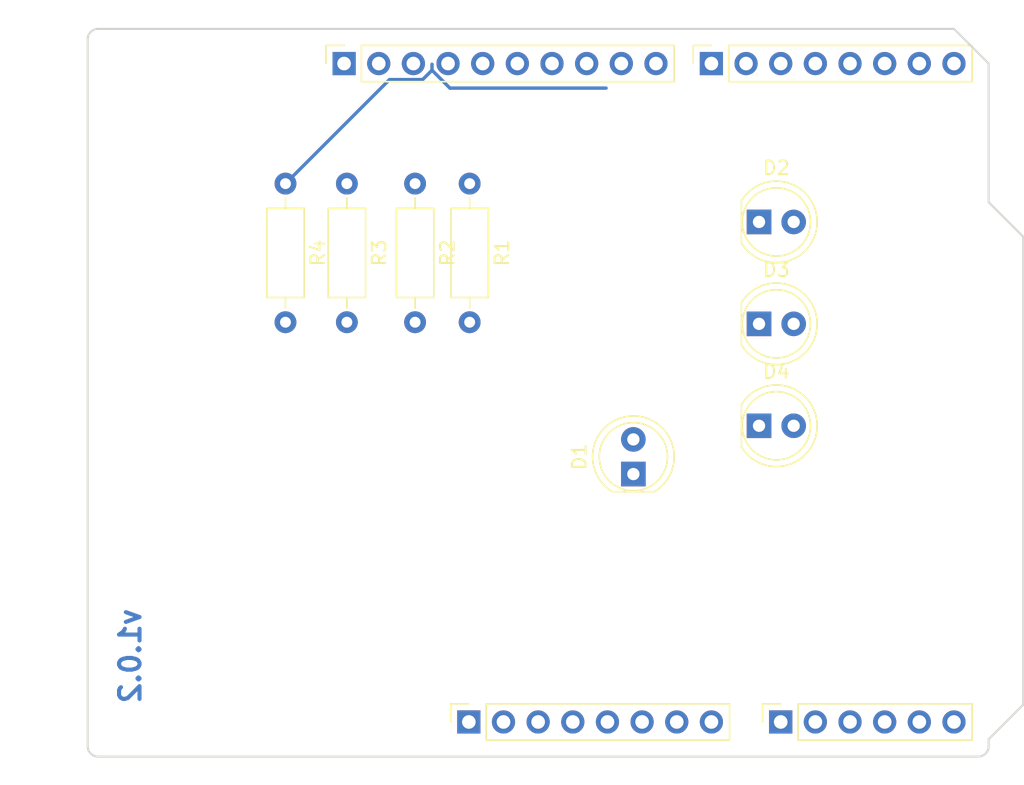
<source format=kicad_pcb>
(kicad_pcb (version 20241229) (generator "pcbnew") (generator_version "9.0")
  (title_block (date "mar. 31 mars 2015"))
  (layers (0 "F.Cu" signal) (2 "B.Cu" signal) (13 "F.Paste" user) (15 "B.Paste" user) (5 "F.SilkS" user "F.Silkscreen") (7 "B.SilkS" user "B.Silkscreen") (1 "F.Mask" user) (3 "B.Mask" user) (25 "Edge.Cuts" user))
  (property "VERSION_NUMBER" "1.0.2")
  (net 0 "")
  (net 1 "GND")
  (net 3 "+5V")
  (net 4 "/IOREF")
  (net 5 "/A0")
  (net 6 "/A1")
  (net 7 "/A2")
  (net 8 "/A3")
  (net 9 "/SDA{slash}A4")
  (net 10 "/SCL{slash}A5")
  (net 11 "/12")
  (net 12 "/AREF")
  (net 13 "/8")
  (net 14 "/7")
  (net 15 "/*11")
  (net 16 "/*10")
  (net 17 "/*9")
  (net 18 "/4")
  (net 19 "/2")
  (net 20 "/*6")
  (net 21 "/*5")
  (net 22 "/TX{slash}1")
  (net 23 "/*3")
  (net 24 "/RX{slash}0")
  (net 25 "+3V3")
  (net 26 "VCC")
  (net 27 "/~{RESET}")
  (net 28 "/SCL")
  (net 29 "/SDA")
  (net 30 "Net-(D1-A)")
  (net 35 "/LED_BUILTIN")
  (net 39 "unconnected-(R4-Pad1)")
  (net 40 "Net-(D2-A)")
  (net 41 "Net-(D3-A)")
  (net 42 "Net-(D4-A)")
  (footprint "Connector_PinSocket_2.54mm:PinSocket_1x08_P2.54mm_Vertical" (layer "F.Cu") (at 127.94 97.46 90)
    (property "Reference" "J1" (hide yes))
    (property "Value" "Power")
    (fp_line (start 1.33 -1.33) (end 1.33 0) (stroke (width 0.12)) (layer "F.SilkS"))
    (fp_line (start 0 -1.33) (end 1.33 -1.33) (stroke (width 0.12)) (layer "F.SilkS"))
    (fp_line (start 1.33 1.27) (end 1.33 19.11) (stroke (width 0.12)) (layer "F.SilkS"))
    (fp_line (start -1.33 1.27) (end 1.33 1.27) (stroke (width 0.12)) (layer "F.SilkS"))
    (fp_line (start -1.33 1.27) (end -1.33 19.11) (stroke (width 0.12)) (layer "F.SilkS"))
    (fp_line (start -1.33 19.11) (end 1.33 19.11) (stroke (width 0.12)) (layer "F.SilkS"))
    (pad "1" thru_hole rect (at 0 0 90) (size 1.7 1.7) (drill 1) (layers "*.Cu" "*.Mask"))
    (pad "2" thru_hole oval (at 0 2.54 90) (size 1.7 1.7) (drill 1) (layers "*.Cu" "*.Mask") (net 4 "/IOREF"))
    (pad "3" thru_hole oval (at 0 5.08 90) (size 1.7 1.7) (drill 1) (layers "*.Cu" "*.Mask") (net 27 "/~{RESET}"))
    (pad "4" thru_hole oval (at 0 7.62 90) (size 1.7 1.7) (drill 1) (layers "*.Cu" "*.Mask") (net 25 "+3V3"))
    (pad "5" thru_hole oval (at 0 10.16 90) (size 1.7 1.7) (drill 1) (layers "*.Cu" "*.Mask") (net 3 "+5V"))
    (pad "6" thru_hole oval (at 0 12.7 90) (size 1.7 1.7) (drill 1) (layers "*.Cu" "*.Mask") (net 1 "GND"))
    (pad "7" thru_hole oval (at 0 15.24 90) (size 1.7 1.7) (drill 1) (layers "*.Cu" "*.Mask") (net 1 "GND"))
    (pad "8" thru_hole oval (at 0 17.78 90) (size 1.7 1.7) (drill 1) (layers "*.Cu" "*.Mask") (net 26 "VCC"))
  )
  (footprint "Connector_PinSocket_2.54mm:PinSocket_1x06_P2.54mm_Vertical" (layer "F.Cu") (at 150.8 97.46 90)
    (property "Reference" "J3" (hide yes))
    (property "Value" "Analog")
    (fp_line (start 1.33 -1.33) (end 1.33 0) (stroke (width 0.12)) (layer "F.SilkS"))
    (fp_line (start 0 -1.33) (end 1.33 -1.33) (stroke (width 0.12)) (layer "F.SilkS"))
    (fp_line (start 1.33 1.27) (end 1.33 14.03) (stroke (width 0.12)) (layer "F.SilkS"))
    (fp_line (start -1.33 1.27) (end 1.33 1.27) (stroke (width 0.12)) (layer "F.SilkS"))
    (fp_line (start -1.33 1.27) (end -1.33 14.03) (stroke (width 0.12)) (layer "F.SilkS"))
    (fp_line (start -1.33 14.03) (end 1.33 14.03) (stroke (width 0.12)) (layer "F.SilkS"))
    (pad "1" thru_hole rect (at 0 0 90) (size 1.7 1.7) (drill 1) (layers "*.Cu" "*.Mask") (net 5 "/A0"))
    (pad "2" thru_hole oval (at 0 2.54 90) (size 1.7 1.7) (drill 1) (layers "*.Cu" "*.Mask") (net 6 "/A1"))
    (pad "3" thru_hole oval (at 0 5.08 90) (size 1.7 1.7) (drill 1) (layers "*.Cu" "*.Mask") (net 7 "/A2"))
    (pad "4" thru_hole oval (at 0 7.62 90) (size 1.7 1.7) (drill 1) (layers "*.Cu" "*.Mask") (net 8 "/A3"))
    (pad "5" thru_hole oval (at 0 10.16 90) (size 1.7 1.7) (drill 1) (layers "*.Cu" "*.Mask") (net 9 "/SDA{slash}A4"))
    (pad "6" thru_hole oval (at 0 12.7 90) (size 1.7 1.7) (drill 1) (layers "*.Cu" "*.Mask") (net 10 "/SCL{slash}A5"))
  )
  (footprint "Connector_PinSocket_2.54mm:PinSocket_1x10_P2.54mm_Vertical" (layer "F.Cu") (at 118.796 49.2 90)
    (property "Reference" "J2" (hide yes))
    (property "Value" "Digital/PWM")
    (fp_line (start 1.33 -1.33) (end 1.33 0) (stroke (width 0.12)) (layer "F.SilkS"))
    (fp_line (start 0 -1.33) (end 1.33 -1.33) (stroke (width 0.12)) (layer "F.SilkS"))
    (fp_line (start 1.33 1.27) (end 1.33 24.19) (stroke (width 0.12)) (layer "F.SilkS"))
    (fp_line (start -1.33 1.27) (end 1.33 1.27) (stroke (width 0.12)) (layer "F.SilkS"))
    (fp_line (start -1.33 1.27) (end -1.33 24.19) (stroke (width 0.12)) (layer "F.SilkS"))
    (fp_line (start -1.33 24.19) (end 1.33 24.19) (stroke (width 0.12)) (layer "F.SilkS"))
    (pad "1" thru_hole rect (at 0 0 90) (size 1.7 1.7) (drill 1) (layers "*.Cu" "*.Mask") (net 28 "/SCL"))
    (pad "2" thru_hole oval (at 0 2.54 90) (size 1.7 1.7) (drill 1) (layers "*.Cu" "*.Mask") (net 29 "/SDA"))
    (pad "3" thru_hole oval (at 0 5.08 90) (size 1.7 1.7) (drill 1) (layers "*.Cu" "*.Mask") (net 12 "/AREF"))
    (pad "4" thru_hole oval (at 0 7.62 90) (size 1.7 1.7) (drill 1) (layers "*.Cu" "*.Mask") (net 1 "GND"))
    (pad "5" thru_hole oval (at 0 10.16 90) (size 1.7 1.7) (drill 1) (layers "*.Cu" "*.Mask") (net 35 "/LED_BUILTIN"))
    (pad "6" thru_hole oval (at 0 12.7 90) (size 1.7 1.7) (drill 1) (layers "*.Cu" "*.Mask") (net 11 "/12"))
    (pad "7" thru_hole oval (at 0 15.24 90) (size 1.7 1.7) (drill 1) (layers "*.Cu" "*.Mask") (net 15 "/*11"))
    (pad "8" thru_hole oval (at 0 17.78 90) (size 1.7 1.7) (drill 1) (layers "*.Cu" "*.Mask") (net 16 "/*10"))
    (pad "9" thru_hole oval (at 0 20.32 90) (size 1.7 1.7) (drill 1) (layers "*.Cu" "*.Mask") (net 17 "/*9"))
    (pad "10" thru_hole oval (at 0 22.86 90) (size 1.7 1.7) (drill 1) (layers "*.Cu" "*.Mask") (net 13 "/8"))
  )
  (footprint "Connector_PinSocket_2.54mm:PinSocket_1x08_P2.54mm_Vertical" (layer "F.Cu") (at 145.72 49.2 90)
    (property "Reference" "J4" (hide yes))
    (property "Value" "Digital/PWM")
    (fp_line (start 1.33 -1.33) (end 1.33 0) (stroke (width 0.12)) (layer "F.SilkS"))
    (fp_line (start 0 -1.33) (end 1.33 -1.33) (stroke (width 0.12)) (layer "F.SilkS"))
    (fp_line (start 1.33 1.27) (end 1.33 19.11) (stroke (width 0.12)) (layer "F.SilkS"))
    (fp_line (start -1.33 1.27) (end 1.33 1.27) (stroke (width 0.12)) (layer "F.SilkS"))
    (fp_line (start -1.33 1.27) (end -1.33 19.11) (stroke (width 0.12)) (layer "F.SilkS"))
    (fp_line (start -1.33 19.11) (end 1.33 19.11) (stroke (width 0.12)) (layer "F.SilkS"))
    (pad "1" thru_hole rect (at 0 0 90) (size 1.7 1.7) (drill 1) (layers "*.Cu" "*.Mask") (net 14 "/7"))
    (pad "2" thru_hole oval (at 0 2.54 90) (size 1.7 1.7) (drill 1) (layers "*.Cu" "*.Mask") (net 20 "/*6"))
    (pad "3" thru_hole oval (at 0 5.08 90) (size 1.7 1.7) (drill 1) (layers "*.Cu" "*.Mask") (net 21 "/*5"))
    (pad "4" thru_hole oval (at 0 7.62 90) (size 1.7 1.7) (drill 1) (layers "*.Cu" "*.Mask") (net 18 "/4"))
    (pad "5" thru_hole oval (at 0 10.16 90) (size 1.7 1.7) (drill 1) (layers "*.Cu" "*.Mask") (net 23 "/*3"))
    (pad "6" thru_hole oval (at 0 12.7 90) (size 1.7 1.7) (drill 1) (layers "*.Cu" "*.Mask") (net 19 "/2"))
    (pad "7" thru_hole oval (at 0 15.24 90) (size 1.7 1.7) (drill 1) (layers "*.Cu" "*.Mask") (net 22 "/TX{slash}1"))
    (pad "8" thru_hole oval (at 0 17.78 90) (size 1.7 1.7) (drill 1) (layers "*.Cu" "*.Mask") (net 24 "/RX{slash}0"))
  )
  (footprint "Resistor_THT:R_Axial_DIN0207_L6.3mm_D2.5mm_P10.16mm_Horizontal" (layer "F.Cu") (at 124 58 -90)
    (property "Reference" "R2" (at 5.08 -2.37 90) (layer "F.SilkS"))
    (property "Value" "470")
    (fp_line (start 1.04 0) (end 1.81 0) (stroke (width 0.12)) (layer "F.SilkS"))
    (fp_line (start 9.12 0) (end 8.35 0) (stroke (width 0.12)) (layer "F.SilkS"))
    (fp_rect (start 1.81 -1.37) (end 8.35 1.37) (stroke (width 0.12)) (fill no) (layer "F.SilkS"))
    (pad "1" thru_hole circle (at 0 0 270) (size 1.6 1.6) (drill 0.8) (layers "*.Cu" "*.Mask"))
    (pad "2" thru_hole circle (at 10.16 0 270) (size 1.6 1.6) (drill 0.8) (layers "*.Cu" "*.Mask") (net 40 "Net-(D2-A)"))
  )
  (footprint "LED_THT:LED_D5.0mm" (layer "F.Cu") (at 140 79.29 90)
    (property "Reference" "D1" (at 1.27 -3.96 90) (layer "F.SilkS"))
    (property "Value" "LED")
    (fp_line (start -1.29 -1.545) (end -1.29 1.545) (stroke (width 0.12)) (layer "F.SilkS"))
    (fp_arc (start -1.29 -1.54483) (mid 2.071779 -2.880495) (end 4.26 0) (stroke (width 0.12)) (layer "F.SilkS"))
    (fp_arc (start 4.26 0) (mid 2.071779 2.880495) (end -1.29 1.54483) (stroke (width 0.12)) (layer "F.SilkS"))
    (fp_circle (center 1.27 0) (end 3.77 0) (stroke (width 0.12)) (fill no) (layer "F.SilkS"))
    (pad "1" thru_hole rect (at 0 0 90) (size 1.8 1.8) (drill 0.9) (layers "*.Cu" "*.Mask"))
    (pad "2" thru_hole circle (at 2.54 0 90) (size 1.8 1.8) (drill 0.9) (layers "*.Cu" "*.Mask") (net 30 "Net-(D1-A)"))
  )
  (footprint "LED_THT:LED_D5.0mm" (layer "F.Cu") (at 149.21 68.28)
    (property "Reference" "D3" (at 1.27 -3.96 0) (layer "F.SilkS"))
    (property "Value" "LED")
    (fp_line (start -1.29 -1.545) (end -1.29 1.545) (stroke (width 0.12)) (layer "F.SilkS"))
    (fp_arc (start -1.29 -1.54483) (mid 2.071779 -2.880495) (end 4.26 0) (stroke (width 0.12)) (layer "F.SilkS"))
    (fp_arc (start 4.26 0) (mid 2.071779 2.880495) (end -1.29 1.54483) (stroke (width 0.12)) (layer "F.SilkS"))
    (fp_circle (center 1.27 0) (end 3.77 0) (stroke (width 0.12)) (fill no) (layer "F.SilkS"))
    (pad "1" thru_hole rect (at 0 0) (size 1.8 1.8) (drill 0.9) (layers "*.Cu" "*.Mask"))
    (pad "2" thru_hole circle (at 2.54 0) (size 1.8 1.8) (drill 0.9) (layers "*.Cu" "*.Mask") (net 41 "Net-(D3-A)"))
  )
  (footprint "Arduino_MountingHole:MountingHole_3.2mm" (layer "F.Cu") (at 115.24 49.2)
    (property "Reference" "MH1" (hide yes))
    (property "Value" "MountingHole_3.2mm" (hide yes))
    (pad "" np_thru_hole circle (at 0 0) (size 3.2 3.2) (drill 3.2) (layers "*.Cu" "*.Mask"))
  )
  (footprint "LED_THT:LED_D5.0mm" (layer "F.Cu") (at 149.21 75.75)
    (property "Reference" "D4" (at 1.27 -3.96 0) (layer "F.SilkS"))
    (property "Value" "LED")
    (fp_line (start -1.29 -1.545) (end -1.29 1.545) (stroke (width 0.12)) (layer "F.SilkS"))
    (fp_arc (start -1.29 -1.54483) (mid 2.071779 -2.880495) (end 4.26 0) (stroke (width 0.12)) (layer "F.SilkS"))
    (fp_arc (start 4.26 0) (mid 2.071779 2.880495) (end -1.29 1.54483) (stroke (width 0.12)) (layer "F.SilkS"))
    (fp_circle (center 1.27 0) (end 3.77 0) (stroke (width 0.12)) (fill no) (layer "F.SilkS"))
    (pad "1" thru_hole rect (at 0 0) (size 1.8 1.8) (drill 0.9) (layers "*.Cu" "*.Mask"))
    (pad "2" thru_hole circle (at 2.54 0) (size 1.8 1.8) (drill 0.9) (layers "*.Cu" "*.Mask") (net 42 "Net-(D4-A)"))
  )
  (footprint "Resistor_THT:R_Axial_DIN0207_L6.3mm_D2.5mm_P10.16mm_Horizontal" (layer "F.Cu") (at 119 58 -90)
    (property "Reference" "R3" (at 5.08 -2.37 90) (layer "F.SilkS"))
    (property "Value" "470")
    (fp_line (start 1.04 0) (end 1.81 0) (stroke (width 0.12)) (layer "F.SilkS"))
    (fp_line (start 9.12 0) (end 8.35 0) (stroke (width 0.12)) (layer "F.SilkS"))
    (fp_rect (start 1.81 -1.37) (end 8.35 1.37) (stroke (width 0.12)) (fill no) (layer "F.SilkS"))
    (pad "1" thru_hole circle (at 0 0 270) (size 1.6 1.6) (drill 0.8) (layers "*.Cu" "*.Mask"))
    (pad "2" thru_hole circle (at 10.16 0 270) (size 1.6 1.6) (drill 0.8) (layers "*.Cu" "*.Mask") (net 41 "Net-(D3-A)"))
  )
  (footprint "Arduino_MountingHole:MountingHole_3.2mm" (layer "F.Cu") (at 113.97 97.46)
    (property "Reference" "MH2" (hide yes))
    (property "Value" "MountingHole_3.2mm" (hide yes))
    (pad "" np_thru_hole circle (at 0 0) (size 3.2 3.2) (drill 3.2) (layers "*.Cu" "*.Mask"))
  )
  (footprint "Arduino_MountingHole:MountingHole_3.2mm" (layer "F.Cu") (at 166.04 64.44)
    (property "Reference" "MH3" (hide yes))
    (property "Value" "MountingHole_3.2mm" (hide yes))
    (pad "" np_thru_hole circle (at 0 0) (size 3.2 3.2) (drill 3.2) (layers "*.Cu" "*.Mask"))
  )
  (footprint "Resistor_THT:R_Axial_DIN0207_L6.3mm_D2.5mm_P10.16mm_Horizontal" (layer "F.Cu") (at 128 58 -90)
    (property "Reference" "R1" (at 5.08 -2.37 90) (layer "F.SilkS"))
    (property "Value" "470")
    (fp_line (start 1.04 0) (end 1.81 0) (stroke (width 0.12)) (layer "F.SilkS"))
    (fp_line (start 9.12 0) (end 8.35 0) (stroke (width 0.12)) (layer "F.SilkS"))
    (fp_rect (start 1.81 -1.37) (end 8.35 1.37) (stroke (width 0.12)) (fill no) (layer "F.SilkS"))
    (pad "1" thru_hole circle (at 0 0 270) (size 1.6 1.6) (drill 0.8) (layers "*.Cu" "*.Mask"))
    (pad "2" thru_hole circle (at 10.16 0 270) (size 1.6 1.6) (drill 0.8) (layers "*.Cu" "*.Mask") (net 30 "Net-(D1-A)"))
  )
  (footprint "Arduino_MountingHole:MountingHole_3.2mm" (layer "F.Cu") (at 166.04 92.38)
    (property "Reference" "MH4" (hide yes))
    (property "Value" "MountingHole_3.2mm" (hide yes))
    (pad "" np_thru_hole circle (at 0 0) (size 3.2 3.2) (drill 3.2) (layers "*.Cu" "*.Mask"))
  )
  (footprint "LED_THT:LED_D5.0mm" (layer "F.Cu") (at 149.21 60.81)
    (property "Reference" "D2" (at 1.27 -3.96 0) (layer "F.SilkS"))
    (property "Value" "LED")
    (fp_line (start -1.29 -1.545) (end -1.29 1.545) (stroke (width 0.12)) (layer "F.SilkS"))
    (fp_arc (start -1.29 -1.54483) (mid 2.071779 -2.880495) (end 4.26 0) (stroke (width 0.12)) (layer "F.SilkS"))
    (fp_arc (start 4.26 0) (mid 2.071779 2.880495) (end -1.29 1.54483) (stroke (width 0.12)) (layer "F.SilkS"))
    (fp_circle (center 1.27 0) (end 3.77 0) (stroke (width 0.12)) (fill no) (layer "F.SilkS"))
    (pad "1" thru_hole rect (at 0 0) (size 1.8 1.8) (drill 0.9) (layers "*.Cu" "*.Mask"))
    (pad "2" thru_hole circle (at 2.54 0) (size 1.8 1.8) (drill 0.9) (layers "*.Cu" "*.Mask") (net 40 "Net-(D2-A)"))
  )
  (footprint "Resistor_THT:R_Axial_DIN0207_L6.3mm_D2.5mm_P10.16mm_Horizontal" (layer "F.Cu") (at 114.5 58 -90)
    (property "Reference" "R4" (at 5.08 -2.37 90) (layer "F.SilkS"))
    (property "Value" "470")
    (fp_line (start 1.04 0) (end 1.81 0) (stroke (width 0.12)) (layer "F.SilkS"))
    (fp_line (start 9.12 0) (end 8.35 0) (stroke (width 0.12)) (layer "F.SilkS"))
    (fp_rect (start 1.81 -1.37) (end 8.35 1.37) (stroke (width 0.12)) (fill no) (layer "F.SilkS"))
    (pad "1" thru_hole circle (at 0 0 270) (size 1.6 1.6) (drill 0.8) (layers "*.Cu" "*.Mask") (net 39 "unconnected-(R4-Pad1)"))
    (pad "2" thru_hole circle (at 10.16 0 270) (size 1.6 1.6) (drill 0.8) (layers "*.Cu" "*.Mask") (net 42 "Net-(D4-A)"))
  )
  (gr_line (start 166.04 59.36) (end 168.58 61.9) (stroke (width 0.15)) (layer "Edge.Cuts"))
  (gr_line (start 100 99.238) (end 100 47.422) (stroke (width 0.15)) (layer "Edge.Cuts"))
  (gr_line (start 168.58 61.9) (end 168.58 96.19) (stroke (width 0.15)) (layer "Edge.Cuts"))
  (gr_line (start 165.278 100) (end 100.762 100) (stroke (width 0.15)) (layer "Edge.Cuts"))
  (gr_line (start 100.762 46.66) (end 163.5 46.66) (stroke (width 0.15)) (layer "Edge.Cuts"))
  (gr_arc (start 100.762 100) (mid 100.223185 99.776815) (end 100 99.238) (stroke (width 0.15)) (layer "Edge.Cuts"))
  (gr_line (start 168.58 96.19) (end 166.04 98.73) (stroke (width 0.15)) (layer "Edge.Cuts"))
  (gr_line (start 163.5 46.66) (end 166.04 49.2) (stroke (width 0.15)) (layer "Edge.Cuts"))
  (gr_arc (start 166.04 99.238) (mid 165.816815 99.776815) (end 165.278 100) (stroke (width 0.15)) (layer "Edge.Cuts"))
  (gr_line (start 166.04 49.2) (end 166.04 59.36) (stroke (width 0.15)) (layer "Edge.Cuts"))
  (gr_line (start 166.04 98.73) (end 166.04 99.238) (stroke (width 0.15)) (layer "Edge.Cuts"))
  (gr_arc (start 100 47.422) (mid 100.223185 46.883185) (end 100.762 46.66) (stroke (width 0.15)) (layer "Edge.Cuts"))
  (gr_text "v${VERSION_NUMBER}" (at 104 89 90) (layer "B.Cu") (effects (font (size 1.5 1.5) (thickness 0.3) (bold yes)) (justify left bottom mirror)))
  (segment (start 126.552884 51) (end 138 51) (width 0.25) (layer "B.Cu") (net 39))
  (segment (start 124.551116 50.376) (end 125.24 49.687116) (width 0.25) (layer "B.Cu") (net 39))
  (segment (start 114.5 58) (end 122.124 50.376) (width 0.25) (layer "B.Cu") (net 39))
  (segment (start 122.124 50.376) (end 124.551116 50.376) (width 0.25) (layer "B.Cu") (net 39))
  (segment (start 125.24 49.687116) (end 125.24 49.25) (width 0.25) (layer "B.Cu") (net 39))
  (segment (start 125.24 49.687116) (end 126.552884 51) (width 0.25) (layer "B.Cu") (net 39))
)
</source>
